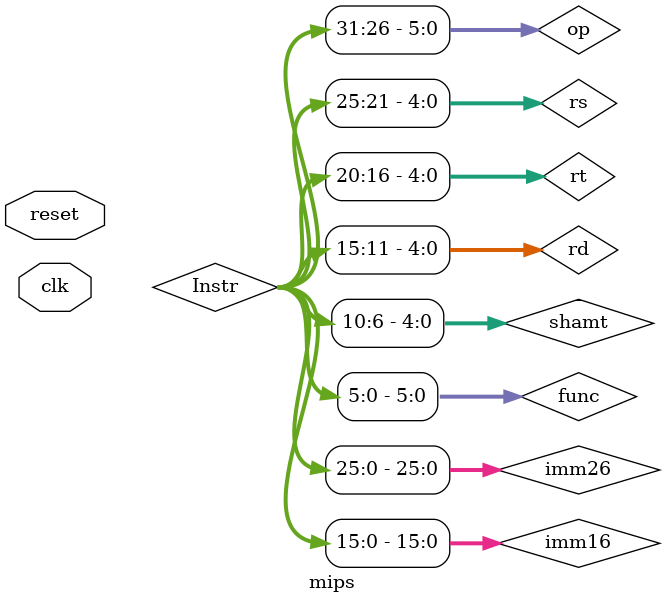
<source format=v>
`timescale 1ns / 1ps
`include "macro.v"
module mips(
    input clk,
	 input reset
	 );

	// ÒÀ´ÎµÄÄ£¿éÊä³ö¶Ë¿Ú
	//PC
	wire [31:0] DO;
	
	// NPC
	wire [31:0] NPC;
	wire [31:0] PC4; 
	
	// IM
	wire [31:0] Instr;
	
	// GRF
	wire [31:0] RD1;
	wire [31:0] RD2;
	
	// ALU
	wire Zero;
	wire [31:0] Result;
	
	// DM
	wire [31:0] RD;
	
	// EXT
	wire [31:0] Ext32;
	
	// Ctrl
	wire [1:0] NPCOp;
	wire EXTOp;
	wire RegWrite;
	wire MemWrite;
	wire MemRead;
	wire [2:0] ALUCtrl;
	wire [1:0] MGRFA3;
	wire [1:0] MGRFWD;
	wire MALUB;
	
	//MUX
	wire [4:0] GRFA3;
	wire [31:0] GRFWD;
	wire [31:0] ALUB;
	
	// ½âÎöÖ¸Áî
	wire [5:0] op;
	wire [4:0] rs;
	wire [4:0] rt;
	wire [4:0] rd;
	wire [4:0] shamt;
	wire [5:0] func;
	wire [25:0] imm26;
	wire [15:0] imm16;
	
	assign op = Instr[31:26];
	assign rs = Instr[25:21];
	assign rt = Instr[20:16];
	assign rd = Instr[15:11];
	assign shamt = Instr[10:6];
	assign func = Instr[5:0];
	assign imm26 = Instr[25:0];
	assign imm16 = Instr[15:0];
	
	// Ä£¿éÁ¬½Ó
	
	pc my_pc(.Clk(clk), .Reset(reset), .DI(NPC), .DO(DO));
	npc my_npc(.Zero(Zero), .NPCOp(NPCOp), .PC(DO), .Imm(imm26), .RA(RD1), .NPC(NPC), .PC4(PC4));
	im my_im(.Addr(DO), .Instr(Instr));
	grf my_grf(.Clk(clk), .Reset(reset), .WE(RegWrite), .A1(rs), .A2(rt), .A3(GRFA3), .WD(GRFWD), .PC(DO), .RD1(RD1), .RD2(RD2));
	alu my_alu(.ALUCtrl(ALUCtrl), .A(RD1), .B(ALUB), .Zero(Zero), .Result(Result));
	dm my_dm(.Clk(clk), .Reset(reset), .WE(MemWrite), .RE(MemRead), .Addr(Result), .WD(RD2), .PC(DO), .RD(RD));
	ext my_ext(.EXTOp(EXTOp), .Imm(imm16), .Ext32(Ext32));
	
	ctrl my_ctrl(.op(op), .func(func), .NPCOp(NPCOp), .ALUCtrl(ALUCtrl), .EXTOp(EXTOp), .RegWrite(RegWrite), 
					.MemRead(MemRead), .MemWrite(MemWrite), .MGRFA3(MGRFA3), .MGRFWD(MGRFWD), .MALUB(MALUB));
					
	mux my_mux(.rd(rd), .rt(rt), .Result(Result), .RD(RD), .PC4(PC4), .RD2(RD2), .Ext32(Ext32), 
				.MGRFA3(MGRFA3), .MGRFWD(MGRFWD), .MALUB(MALUB), .GRFA3(GRFA3), .GRFWD(GRFWD), .ALUB(ALUB));
				
	//// test module
	//DASM2 my_DASM2(.instr(Instr), .reg_name(1'b0));
	////
	
endmodule

</source>
